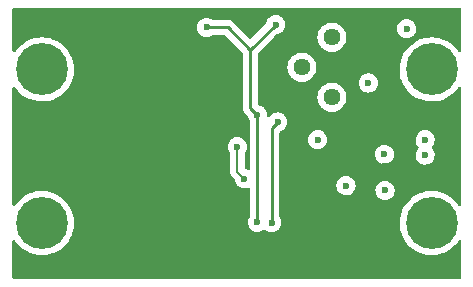
<source format=gbr>
%TF.GenerationSoftware,KiCad,Pcbnew,(6.0.4-0)*%
%TF.CreationDate,2023-02-24T14:50:30-07:00*%
%TF.ProjectId,howland,686f776c-616e-4642-9e6b-696361645f70,rev?*%
%TF.SameCoordinates,Original*%
%TF.FileFunction,Copper,L2,Inr*%
%TF.FilePolarity,Positive*%
%FSLAX46Y46*%
G04 Gerber Fmt 4.6, Leading zero omitted, Abs format (unit mm)*
G04 Created by KiCad (PCBNEW (6.0.4-0)) date 2023-02-24 14:50:30*
%MOMM*%
%LPD*%
G01*
G04 APERTURE LIST*
%TA.AperFunction,ComponentPad*%
%ADD10C,0.700000*%
%TD*%
%TA.AperFunction,ComponentPad*%
%ADD11C,4.400000*%
%TD*%
%TA.AperFunction,ComponentPad*%
%ADD12C,1.440000*%
%TD*%
%TA.AperFunction,ViaPad*%
%ADD13C,0.600000*%
%TD*%
%TA.AperFunction,Conductor*%
%ADD14C,0.250000*%
%TD*%
%TA.AperFunction,Conductor*%
%ADD15C,0.200000*%
%TD*%
G04 APERTURE END LIST*
D10*
%TO.N,GNDPWR*%
%TO.C,MH1*%
X101350000Y-84000000D03*
X103000000Y-82350000D03*
X104166726Y-85166726D03*
X104166726Y-82833274D03*
D11*
X103000000Y-84000000D03*
D10*
X104650000Y-84000000D03*
X101833274Y-82833274D03*
X101833274Y-85166726D03*
X103000000Y-85650000D03*
%TD*%
D11*
%TO.N,GNDPWR*%
%TO.C,MH2*%
X136000000Y-84000000D03*
D10*
X137166726Y-82833274D03*
X134350000Y-84000000D03*
X137650000Y-84000000D03*
X137166726Y-85166726D03*
X136000000Y-82350000D03*
X136000000Y-85650000D03*
X134833274Y-85166726D03*
X134833274Y-82833274D03*
%TD*%
%TO.N,GNDPWR*%
%TO.C,MH3*%
X101833274Y-98166726D03*
D11*
X103000000Y-97000000D03*
D10*
X104166726Y-98166726D03*
X101833274Y-95833274D03*
X104166726Y-95833274D03*
X103000000Y-95350000D03*
X104650000Y-97000000D03*
X101350000Y-97000000D03*
X103000000Y-98650000D03*
%TD*%
D11*
%TO.N,GNDPWR*%
%TO.C,MH4*%
X136000000Y-97000000D03*
D10*
X134833274Y-95833274D03*
X134350000Y-97000000D03*
X137650000Y-97000000D03*
X136000000Y-95350000D03*
X137166726Y-98166726D03*
X137166726Y-95833274D03*
X134833274Y-98166726D03*
X136000000Y-98650000D03*
%TD*%
D12*
%TO.N,Net-(R7-Pad2)*%
%TO.C,RV1*%
X127550000Y-86350000D03*
%TO.N,Net-(RV1-Pad2)*%
X125010000Y-83810000D03*
%TO.N,Net-(R8-Pad1)*%
X127550000Y-81270000D03*
%TD*%
D13*
%TO.N,GND*%
X136950000Y-80550000D03*
X132908411Y-81708411D03*
X112250000Y-80250000D03*
X132050000Y-92200000D03*
X112650000Y-88750000D03*
X123350000Y-94750000D03*
X116150000Y-89150000D03*
X112650000Y-93650000D03*
X127650000Y-91550000D03*
%TO.N,+3V3*%
X130650000Y-85150000D03*
X133887500Y-80550000D03*
X116950000Y-80450000D03*
X121250000Y-87850000D03*
X121250000Y-96950000D03*
X122800000Y-80200000D03*
%TO.N,VD*%
X132000000Y-91200000D03*
X135450000Y-91250000D03*
X122465000Y-96965000D03*
X122950000Y-88450000D03*
%TO.N,/Channel1/buffer/out+*%
X120150000Y-93250000D03*
X119550000Y-90550000D03*
%TO.N,/sda-tx*%
X128750000Y-93850000D03*
X135450000Y-89950000D03*
X126350000Y-89950000D03*
X132050000Y-94249990D03*
%TD*%
D14*
%TO.N,GND*%
X126550000Y-91550000D02*
X127650000Y-91550000D01*
X123350000Y-94750000D02*
X126550000Y-91550000D01*
%TO.N,+3V3*%
X120650000Y-87250000D02*
X120650000Y-82350000D01*
X116950000Y-80450000D02*
X118750000Y-80450000D01*
X120650000Y-82350000D02*
X122800000Y-80200000D01*
X121250000Y-87850000D02*
X120650000Y-87250000D01*
X121250000Y-87850000D02*
X121250000Y-96950000D01*
X118750000Y-80450000D02*
X120650000Y-82350000D01*
%TO.N,VD*%
X122465000Y-96965000D02*
X122465000Y-88935000D01*
X122465000Y-88935000D02*
X122950000Y-88450000D01*
D15*
%TO.N,/Channel1/buffer/out+*%
X119550000Y-90550000D02*
X119550000Y-92650000D01*
X119550000Y-92650000D02*
X120150000Y-93250000D01*
%TD*%
%TA.AperFunction,Conductor*%
%TO.N,GND*%
G36*
X138433621Y-78778502D02*
G01*
X138480114Y-78832158D01*
X138491500Y-78884500D01*
X138491500Y-82433521D01*
X138471498Y-82501642D01*
X138417842Y-82548135D01*
X138347568Y-82558239D01*
X138282988Y-82528745D01*
X138257557Y-82498515D01*
X138236226Y-82463084D01*
X138233899Y-82460100D01*
X138233894Y-82460093D01*
X138037726Y-82208558D01*
X138037724Y-82208556D01*
X138035390Y-82205563D01*
X137805070Y-81974034D01*
X137548603Y-81771852D01*
X137269705Y-81601945D01*
X137266261Y-81600379D01*
X137266257Y-81600377D01*
X137022300Y-81489457D01*
X136972414Y-81466775D01*
X136661037Y-81368300D01*
X136443492Y-81327390D01*
X136343809Y-81308645D01*
X136343807Y-81308645D01*
X136340086Y-81307945D01*
X136014208Y-81286586D01*
X136010428Y-81286794D01*
X136010427Y-81286794D01*
X135934967Y-81290947D01*
X135688124Y-81304532D01*
X135684397Y-81305193D01*
X135684393Y-81305193D01*
X135527341Y-81333027D01*
X135366557Y-81361522D01*
X135362941Y-81362624D01*
X135362933Y-81362626D01*
X135062816Y-81454095D01*
X135054167Y-81456731D01*
X134755477Y-81588781D01*
X134730041Y-81603914D01*
X134478074Y-81753817D01*
X134478068Y-81753821D01*
X134474814Y-81755757D01*
X134471812Y-81758073D01*
X134299384Y-81891101D01*
X134216244Y-81955243D01*
X133983513Y-82184347D01*
X133981149Y-82187314D01*
X133981146Y-82187317D01*
X133790551Y-82426499D01*
X133779991Y-82439751D01*
X133608626Y-82717757D01*
X133471902Y-83014336D01*
X133470741Y-83017940D01*
X133470741Y-83017941D01*
X133462196Y-83044477D01*
X133371797Y-83325192D01*
X133371079Y-83328903D01*
X133371078Y-83328907D01*
X133310482Y-83642105D01*
X133310481Y-83642114D01*
X133309763Y-83645824D01*
X133309496Y-83649600D01*
X133309495Y-83649605D01*
X133297751Y-83815475D01*
X133286698Y-83971585D01*
X133302936Y-84297759D01*
X133303577Y-84301490D01*
X133303578Y-84301498D01*
X133356000Y-84606576D01*
X133358241Y-84619619D01*
X133359329Y-84623258D01*
X133359330Y-84623261D01*
X133435507Y-84877976D01*
X133451814Y-84932504D01*
X133453327Y-84935975D01*
X133453329Y-84935981D01*
X133508500Y-85062563D01*
X133582297Y-85231881D01*
X133584220Y-85235152D01*
X133584222Y-85235156D01*
X133653110Y-85352338D01*
X133747802Y-85513414D01*
X133750103Y-85516429D01*
X133943631Y-85770012D01*
X133943636Y-85770017D01*
X133945931Y-85773025D01*
X134007931Y-85836670D01*
X134130517Y-85962507D01*
X134173814Y-86006953D01*
X134246635Y-86065607D01*
X134425196Y-86209431D01*
X134425201Y-86209435D01*
X134428149Y-86211809D01*
X134705253Y-86384627D01*
X135001112Y-86522903D01*
X135311440Y-86624634D01*
X135631742Y-86688346D01*
X135635514Y-86688633D01*
X135635522Y-86688634D01*
X135953602Y-86712829D01*
X135953607Y-86712829D01*
X135957379Y-86713116D01*
X136283633Y-86698586D01*
X136343425Y-86688634D01*
X136602037Y-86645590D01*
X136602042Y-86645589D01*
X136605778Y-86644967D01*
X136919149Y-86553034D01*
X136922616Y-86551544D01*
X136922620Y-86551543D01*
X137215721Y-86425616D01*
X137215723Y-86425615D01*
X137219205Y-86424119D01*
X137501601Y-86260091D01*
X137762245Y-86063324D01*
X137997363Y-85836670D01*
X138203549Y-85583410D01*
X138258939Y-85495622D01*
X138312205Y-85448685D01*
X138382392Y-85437996D01*
X138447217Y-85466951D01*
X138486096Y-85526355D01*
X138491500Y-85562859D01*
X138491500Y-95433521D01*
X138471498Y-95501642D01*
X138417842Y-95548135D01*
X138347568Y-95558239D01*
X138282988Y-95528745D01*
X138257557Y-95498515D01*
X138236226Y-95463084D01*
X138233899Y-95460100D01*
X138233894Y-95460093D01*
X138037726Y-95208558D01*
X138037724Y-95208556D01*
X138035390Y-95205563D01*
X137805070Y-94974034D01*
X137548603Y-94771852D01*
X137269705Y-94601945D01*
X137266261Y-94600379D01*
X137266257Y-94600377D01*
X137155667Y-94550095D01*
X136972414Y-94466775D01*
X136661037Y-94368300D01*
X136443492Y-94327390D01*
X136343809Y-94308645D01*
X136343807Y-94308645D01*
X136340086Y-94307945D01*
X136014208Y-94286586D01*
X136010428Y-94286794D01*
X136010427Y-94286794D01*
X135912897Y-94292162D01*
X135688124Y-94304532D01*
X135684397Y-94305193D01*
X135684393Y-94305193D01*
X135527340Y-94333027D01*
X135366557Y-94361522D01*
X135362941Y-94362624D01*
X135362933Y-94362626D01*
X135057789Y-94455627D01*
X135054167Y-94456731D01*
X134755477Y-94588781D01*
X134656548Y-94647637D01*
X134478074Y-94753817D01*
X134478068Y-94753821D01*
X134474814Y-94755757D01*
X134471812Y-94758073D01*
X134290365Y-94898059D01*
X134216244Y-94955243D01*
X133983513Y-95184347D01*
X133981149Y-95187314D01*
X133981146Y-95187317D01*
X133964220Y-95208558D01*
X133779991Y-95439751D01*
X133608626Y-95717757D01*
X133471902Y-96014336D01*
X133470741Y-96017940D01*
X133470741Y-96017941D01*
X133462196Y-96044477D01*
X133371797Y-96325192D01*
X133371079Y-96328903D01*
X133371078Y-96328907D01*
X133310482Y-96642105D01*
X133310481Y-96642114D01*
X133309763Y-96645824D01*
X133309496Y-96649600D01*
X133309495Y-96649605D01*
X133288534Y-96945653D01*
X133286698Y-96971585D01*
X133288003Y-96997790D01*
X133294378Y-97125844D01*
X133302936Y-97297759D01*
X133303577Y-97301490D01*
X133303578Y-97301498D01*
X133357116Y-97613069D01*
X133358241Y-97619619D01*
X133359329Y-97623258D01*
X133359330Y-97623261D01*
X133401013Y-97762637D01*
X133451814Y-97932504D01*
X133582297Y-98231881D01*
X133584220Y-98235152D01*
X133584222Y-98235156D01*
X133626584Y-98307215D01*
X133747802Y-98513414D01*
X133750103Y-98516429D01*
X133943631Y-98770012D01*
X133943636Y-98770017D01*
X133945931Y-98773025D01*
X134173814Y-99006953D01*
X134246635Y-99065607D01*
X134425196Y-99209431D01*
X134425201Y-99209435D01*
X134428149Y-99211809D01*
X134705253Y-99384627D01*
X135001112Y-99522903D01*
X135311440Y-99624634D01*
X135631742Y-99688346D01*
X135635514Y-99688633D01*
X135635522Y-99688634D01*
X135953602Y-99712829D01*
X135953607Y-99712829D01*
X135957379Y-99713116D01*
X136283633Y-99698586D01*
X136343425Y-99688634D01*
X136602037Y-99645590D01*
X136602042Y-99645589D01*
X136605778Y-99644967D01*
X136919149Y-99553034D01*
X136922616Y-99551544D01*
X136922620Y-99551543D01*
X137215721Y-99425616D01*
X137215723Y-99425615D01*
X137219205Y-99424119D01*
X137501601Y-99260091D01*
X137762245Y-99063324D01*
X137997363Y-98836670D01*
X138203549Y-98583410D01*
X138258939Y-98495622D01*
X138312205Y-98448685D01*
X138382392Y-98437996D01*
X138447217Y-98466951D01*
X138486096Y-98526355D01*
X138491500Y-98562859D01*
X138491500Y-101615500D01*
X138471498Y-101683621D01*
X138417842Y-101730114D01*
X138365500Y-101741500D01*
X100634500Y-101741500D01*
X100566379Y-101721498D01*
X100519886Y-101667842D01*
X100508500Y-101615500D01*
X100508500Y-98569306D01*
X100528502Y-98501185D01*
X100582158Y-98454692D01*
X100652432Y-98444588D01*
X100717012Y-98474082D01*
X100743122Y-98505453D01*
X100747802Y-98513414D01*
X100750103Y-98516429D01*
X100943631Y-98770012D01*
X100943636Y-98770017D01*
X100945931Y-98773025D01*
X101173814Y-99006953D01*
X101246635Y-99065607D01*
X101425196Y-99209431D01*
X101425201Y-99209435D01*
X101428149Y-99211809D01*
X101705253Y-99384627D01*
X102001112Y-99522903D01*
X102311440Y-99624634D01*
X102631742Y-99688346D01*
X102635514Y-99688633D01*
X102635522Y-99688634D01*
X102953602Y-99712829D01*
X102953607Y-99712829D01*
X102957379Y-99713116D01*
X103283633Y-99698586D01*
X103343425Y-99688634D01*
X103602037Y-99645590D01*
X103602042Y-99645589D01*
X103605778Y-99644967D01*
X103919149Y-99553034D01*
X103922616Y-99551544D01*
X103922620Y-99551543D01*
X104215721Y-99425616D01*
X104215723Y-99425615D01*
X104219205Y-99424119D01*
X104501601Y-99260091D01*
X104762245Y-99063324D01*
X104997363Y-98836670D01*
X105203549Y-98583410D01*
X105255429Y-98501185D01*
X105375788Y-98310428D01*
X105375790Y-98310425D01*
X105377815Y-98307215D01*
X105517638Y-98012084D01*
X105544188Y-97932504D01*
X105619790Y-97705897D01*
X105619792Y-97705891D01*
X105620992Y-97702293D01*
X105686381Y-97382329D01*
X105689599Y-97342773D01*
X105712674Y-97059061D01*
X105712856Y-97056826D01*
X105713451Y-97000000D01*
X105712711Y-96987717D01*
X105694026Y-96677793D01*
X105694026Y-96677789D01*
X105693798Y-96674015D01*
X105688650Y-96645824D01*
X105635805Y-96356473D01*
X105635804Y-96356469D01*
X105635125Y-96352751D01*
X105627722Y-96328907D01*
X105539404Y-96044477D01*
X105538282Y-96040863D01*
X105404670Y-95742869D01*
X105236226Y-95463084D01*
X105233899Y-95460100D01*
X105233894Y-95460093D01*
X105037726Y-95208558D01*
X105037724Y-95208556D01*
X105035390Y-95205563D01*
X104805070Y-94974034D01*
X104548603Y-94771852D01*
X104269705Y-94601945D01*
X104266261Y-94600379D01*
X104266257Y-94600377D01*
X104155667Y-94550095D01*
X103972414Y-94466775D01*
X103661037Y-94368300D01*
X103443492Y-94327390D01*
X103343809Y-94308645D01*
X103343807Y-94308645D01*
X103340086Y-94307945D01*
X103014208Y-94286586D01*
X103010428Y-94286794D01*
X103010427Y-94286794D01*
X102912897Y-94292162D01*
X102688124Y-94304532D01*
X102684397Y-94305193D01*
X102684393Y-94305193D01*
X102527340Y-94333027D01*
X102366557Y-94361522D01*
X102362941Y-94362624D01*
X102362933Y-94362626D01*
X102057789Y-94455627D01*
X102054167Y-94456731D01*
X101755477Y-94588781D01*
X101656548Y-94647637D01*
X101478074Y-94753817D01*
X101478068Y-94753821D01*
X101474814Y-94755757D01*
X101471812Y-94758073D01*
X101290365Y-94898059D01*
X101216244Y-94955243D01*
X100983513Y-95184347D01*
X100981149Y-95187314D01*
X100981146Y-95187317D01*
X100964220Y-95208558D01*
X100779991Y-95439751D01*
X100778000Y-95442981D01*
X100741760Y-95501773D01*
X100688988Y-95549266D01*
X100618916Y-95560690D01*
X100553792Y-95532416D01*
X100514293Y-95473422D01*
X100508500Y-95435657D01*
X100508500Y-85569306D01*
X100528502Y-85501185D01*
X100582158Y-85454692D01*
X100652432Y-85444588D01*
X100717012Y-85474082D01*
X100743122Y-85505453D01*
X100747802Y-85513414D01*
X100750103Y-85516429D01*
X100943631Y-85770012D01*
X100943636Y-85770017D01*
X100945931Y-85773025D01*
X101007931Y-85836670D01*
X101130517Y-85962507D01*
X101173814Y-86006953D01*
X101246635Y-86065607D01*
X101425196Y-86209431D01*
X101425201Y-86209435D01*
X101428149Y-86211809D01*
X101705253Y-86384627D01*
X102001112Y-86522903D01*
X102311440Y-86624634D01*
X102631742Y-86688346D01*
X102635514Y-86688633D01*
X102635522Y-86688634D01*
X102953602Y-86712829D01*
X102953607Y-86712829D01*
X102957379Y-86713116D01*
X103283633Y-86698586D01*
X103343425Y-86688634D01*
X103602037Y-86645590D01*
X103602042Y-86645589D01*
X103605778Y-86644967D01*
X103919149Y-86553034D01*
X103922616Y-86551544D01*
X103922620Y-86551543D01*
X104215721Y-86425616D01*
X104215723Y-86425615D01*
X104219205Y-86424119D01*
X104501601Y-86260091D01*
X104762245Y-86063324D01*
X104997363Y-85836670D01*
X105203549Y-85583410D01*
X105257882Y-85497297D01*
X105375788Y-85310428D01*
X105375790Y-85310425D01*
X105377815Y-85307215D01*
X105517638Y-85012084D01*
X105518840Y-85008482D01*
X105619790Y-84705897D01*
X105619792Y-84705891D01*
X105620992Y-84702293D01*
X105686381Y-84382329D01*
X105688178Y-84360243D01*
X105712674Y-84059061D01*
X105712856Y-84056826D01*
X105713451Y-84000000D01*
X105711510Y-83967796D01*
X105694026Y-83677793D01*
X105694026Y-83677789D01*
X105693798Y-83674015D01*
X105688650Y-83645824D01*
X105635805Y-83356473D01*
X105635804Y-83356469D01*
X105635125Y-83352751D01*
X105627722Y-83328907D01*
X105539404Y-83044477D01*
X105538282Y-83040863D01*
X105404670Y-82742869D01*
X105236226Y-82463084D01*
X105233899Y-82460100D01*
X105233894Y-82460093D01*
X105037726Y-82208558D01*
X105037724Y-82208556D01*
X105035390Y-82205563D01*
X104805070Y-81974034D01*
X104548603Y-81771852D01*
X104269705Y-81601945D01*
X104266261Y-81600379D01*
X104266257Y-81600377D01*
X104022300Y-81489457D01*
X103972414Y-81466775D01*
X103661037Y-81368300D01*
X103443492Y-81327390D01*
X103343809Y-81308645D01*
X103343807Y-81308645D01*
X103340086Y-81307945D01*
X103014208Y-81286586D01*
X103010428Y-81286794D01*
X103010427Y-81286794D01*
X102934967Y-81290947D01*
X102688124Y-81304532D01*
X102684397Y-81305193D01*
X102684393Y-81305193D01*
X102527341Y-81333027D01*
X102366557Y-81361522D01*
X102362941Y-81362624D01*
X102362933Y-81362626D01*
X102062816Y-81454095D01*
X102054167Y-81456731D01*
X101755477Y-81588781D01*
X101730041Y-81603914D01*
X101478074Y-81753817D01*
X101478068Y-81753821D01*
X101474814Y-81755757D01*
X101471812Y-81758073D01*
X101299384Y-81891101D01*
X101216244Y-81955243D01*
X100983513Y-82184347D01*
X100981149Y-82187314D01*
X100981146Y-82187317D01*
X100790551Y-82426499D01*
X100779991Y-82439751D01*
X100778000Y-82442981D01*
X100741760Y-82501773D01*
X100688988Y-82549266D01*
X100618916Y-82560690D01*
X100553792Y-82532416D01*
X100514293Y-82473422D01*
X100508500Y-82435657D01*
X100508500Y-80438640D01*
X116136463Y-80438640D01*
X116154163Y-80619160D01*
X116211418Y-80791273D01*
X116215065Y-80797295D01*
X116215066Y-80797297D01*
X116299879Y-80937340D01*
X116305380Y-80946424D01*
X116431382Y-81076902D01*
X116583159Y-81176222D01*
X116589763Y-81178678D01*
X116589765Y-81178679D01*
X116746558Y-81236990D01*
X116746560Y-81236990D01*
X116753168Y-81239448D01*
X116836995Y-81250633D01*
X116925980Y-81262507D01*
X116925984Y-81262507D01*
X116932961Y-81263438D01*
X116939972Y-81262800D01*
X116939976Y-81262800D01*
X117082459Y-81249832D01*
X117113600Y-81246998D01*
X117120302Y-81244820D01*
X117120304Y-81244820D01*
X117279409Y-81193124D01*
X117279412Y-81193123D01*
X117286108Y-81190947D01*
X117436540Y-81101271D01*
X117501058Y-81083500D01*
X118435406Y-81083500D01*
X118503527Y-81103502D01*
X118524501Y-81120405D01*
X119979595Y-82575500D01*
X120013621Y-82637812D01*
X120016500Y-82664595D01*
X120016500Y-87171233D01*
X120015973Y-87182416D01*
X120014298Y-87189909D01*
X120014547Y-87197835D01*
X120014547Y-87197836D01*
X120016438Y-87257986D01*
X120016500Y-87261945D01*
X120016500Y-87289856D01*
X120016997Y-87293790D01*
X120016997Y-87293791D01*
X120017005Y-87293856D01*
X120017938Y-87305693D01*
X120019327Y-87349889D01*
X120024978Y-87369339D01*
X120028987Y-87388700D01*
X120031526Y-87408797D01*
X120034445Y-87416168D01*
X120034445Y-87416170D01*
X120047804Y-87449912D01*
X120051649Y-87461142D01*
X120063982Y-87503593D01*
X120068015Y-87510412D01*
X120068017Y-87510417D01*
X120074293Y-87521028D01*
X120082988Y-87538776D01*
X120090448Y-87557617D01*
X120095110Y-87564033D01*
X120095110Y-87564034D01*
X120116436Y-87593387D01*
X120122952Y-87603307D01*
X120145458Y-87641362D01*
X120159779Y-87655683D01*
X120172619Y-87670716D01*
X120184528Y-87687107D01*
X120190634Y-87692158D01*
X120218605Y-87715298D01*
X120227384Y-87723288D01*
X120414750Y-87910654D01*
X120448776Y-87972966D01*
X120451054Y-87987453D01*
X120454163Y-88019160D01*
X120511418Y-88191273D01*
X120515065Y-88197295D01*
X120515066Y-88197297D01*
X120598276Y-88334694D01*
X120616500Y-88399965D01*
X120616500Y-92379221D01*
X120596498Y-92447342D01*
X120542842Y-92493835D01*
X120472568Y-92503939D01*
X120448233Y-92497920D01*
X120342425Y-92460243D01*
X120342420Y-92460242D01*
X120335790Y-92457881D01*
X120328802Y-92457048D01*
X120328799Y-92457047D01*
X120269581Y-92449986D01*
X120204308Y-92422058D01*
X120164495Y-92363275D01*
X120158500Y-92324872D01*
X120158500Y-91133248D01*
X120179552Y-91063521D01*
X120269742Y-90927773D01*
X120273643Y-90921902D01*
X120315423Y-90811917D01*
X120335555Y-90758920D01*
X120335556Y-90758918D01*
X120338055Y-90752338D01*
X120339736Y-90740380D01*
X120362748Y-90576639D01*
X120362748Y-90576636D01*
X120363299Y-90572717D01*
X120363616Y-90550000D01*
X120343397Y-90369745D01*
X120341080Y-90363091D01*
X120286064Y-90205106D01*
X120286062Y-90205103D01*
X120283745Y-90198448D01*
X120187626Y-90044624D01*
X120120114Y-89976639D01*
X120064778Y-89920915D01*
X120064774Y-89920912D01*
X120059815Y-89915918D01*
X120048697Y-89908862D01*
X120000538Y-89878300D01*
X119906666Y-89818727D01*
X119877463Y-89808328D01*
X119742425Y-89760243D01*
X119742420Y-89760242D01*
X119735790Y-89757881D01*
X119728802Y-89757048D01*
X119728799Y-89757047D01*
X119605698Y-89742368D01*
X119555680Y-89736404D01*
X119548677Y-89737140D01*
X119548676Y-89737140D01*
X119382288Y-89754628D01*
X119382286Y-89754629D01*
X119375288Y-89755364D01*
X119203579Y-89813818D01*
X119197575Y-89817512D01*
X119055095Y-89905166D01*
X119055092Y-89905168D01*
X119049088Y-89908862D01*
X119044053Y-89913793D01*
X119044050Y-89913795D01*
X118924525Y-90030843D01*
X118919493Y-90035771D01*
X118821235Y-90188238D01*
X118818826Y-90194858D01*
X118818824Y-90194861D01*
X118774983Y-90315314D01*
X118759197Y-90358685D01*
X118736463Y-90538640D01*
X118754163Y-90719160D01*
X118811418Y-90891273D01*
X118815065Y-90897295D01*
X118815066Y-90897297D01*
X118901730Y-91040398D01*
X118901733Y-91040401D01*
X118905380Y-91046424D01*
X118910275Y-91051492D01*
X118914571Y-91057071D01*
X118912243Y-91058864D01*
X118939071Y-91110115D01*
X118941500Y-91134734D01*
X118941500Y-92601864D01*
X118940422Y-92618307D01*
X118936250Y-92650000D01*
X118941500Y-92689880D01*
X118941500Y-92689885D01*
X118947541Y-92735771D01*
X118957162Y-92808851D01*
X119018476Y-92956876D01*
X119023503Y-92963427D01*
X119023504Y-92963429D01*
X119091520Y-93052069D01*
X119091526Y-93052075D01*
X119116013Y-93083987D01*
X119122568Y-93089017D01*
X119141379Y-93103452D01*
X119153770Y-93114319D01*
X119310907Y-93271456D01*
X119344933Y-93333768D01*
X119347211Y-93348256D01*
X119354163Y-93419160D01*
X119411418Y-93591273D01*
X119415065Y-93597295D01*
X119415066Y-93597297D01*
X119501258Y-93739617D01*
X119505380Y-93746424D01*
X119631382Y-93876902D01*
X119783159Y-93976222D01*
X119789763Y-93978678D01*
X119789765Y-93978679D01*
X119946558Y-94036990D01*
X119946560Y-94036990D01*
X119953168Y-94039448D01*
X120036995Y-94050633D01*
X120125980Y-94062507D01*
X120125984Y-94062507D01*
X120132961Y-94063438D01*
X120139972Y-94062800D01*
X120139976Y-94062800D01*
X120282459Y-94049832D01*
X120313600Y-94046998D01*
X120320302Y-94044820D01*
X120320304Y-94044820D01*
X120451564Y-94002171D01*
X120522532Y-94000144D01*
X120583330Y-94036806D01*
X120614655Y-94100518D01*
X120616500Y-94122004D01*
X120616500Y-96403331D01*
X120596411Y-96471586D01*
X120525054Y-96582310D01*
X120525050Y-96582319D01*
X120521235Y-96588238D01*
X120518826Y-96594858D01*
X120518825Y-96594859D01*
X120488639Y-96677793D01*
X120459197Y-96758685D01*
X120436463Y-96938640D01*
X120454163Y-97119160D01*
X120511418Y-97291273D01*
X120515065Y-97297295D01*
X120515066Y-97297297D01*
X120568823Y-97386060D01*
X120605380Y-97446424D01*
X120731382Y-97576902D01*
X120883159Y-97676222D01*
X120889763Y-97678678D01*
X120889765Y-97678679D01*
X121046558Y-97736990D01*
X121046560Y-97736990D01*
X121053168Y-97739448D01*
X121136995Y-97750633D01*
X121225980Y-97762507D01*
X121225984Y-97762507D01*
X121232961Y-97763438D01*
X121239972Y-97762800D01*
X121239976Y-97762800D01*
X121382459Y-97749832D01*
X121413600Y-97746998D01*
X121420302Y-97744820D01*
X121420304Y-97744820D01*
X121579409Y-97693124D01*
X121579412Y-97693123D01*
X121586108Y-97690947D01*
X121712044Y-97615874D01*
X121735860Y-97601677D01*
X121735862Y-97601676D01*
X121741912Y-97598069D01*
X121760920Y-97579968D01*
X121824045Y-97547476D01*
X121894716Y-97554269D01*
X121938444Y-97583682D01*
X121946382Y-97591902D01*
X121961320Y-97601677D01*
X122092227Y-97687340D01*
X122098159Y-97691222D01*
X122104763Y-97693678D01*
X122104765Y-97693679D01*
X122261558Y-97751990D01*
X122261560Y-97751990D01*
X122268168Y-97754448D01*
X122335544Y-97763438D01*
X122440980Y-97777507D01*
X122440984Y-97777507D01*
X122447961Y-97778438D01*
X122454972Y-97777800D01*
X122454976Y-97777800D01*
X122597459Y-97764832D01*
X122628600Y-97761998D01*
X122635302Y-97759820D01*
X122635304Y-97759820D01*
X122794409Y-97708124D01*
X122794412Y-97708123D01*
X122801108Y-97705947D01*
X122939815Y-97623261D01*
X122950860Y-97616677D01*
X122950862Y-97616676D01*
X122956912Y-97613069D01*
X123088266Y-97487982D01*
X123188643Y-97336902D01*
X123253055Y-97167338D01*
X123268272Y-97059061D01*
X123277748Y-96991639D01*
X123277748Y-96991636D01*
X123278299Y-96987717D01*
X123278616Y-96965000D01*
X123258397Y-96784745D01*
X123247017Y-96752066D01*
X123201064Y-96620106D01*
X123201062Y-96620103D01*
X123198745Y-96613448D01*
X123117646Y-96483661D01*
X123098500Y-96416892D01*
X123098500Y-93838640D01*
X127936463Y-93838640D01*
X127954163Y-94019160D01*
X128011418Y-94191273D01*
X128015065Y-94197295D01*
X128015066Y-94197297D01*
X128080410Y-94305193D01*
X128105380Y-94346424D01*
X128110269Y-94351487D01*
X128110270Y-94351488D01*
X128127612Y-94369446D01*
X128231382Y-94476902D01*
X128383159Y-94576222D01*
X128389763Y-94578678D01*
X128389765Y-94578679D01*
X128546558Y-94636990D01*
X128546560Y-94636990D01*
X128553168Y-94639448D01*
X128636995Y-94650633D01*
X128725980Y-94662507D01*
X128725984Y-94662507D01*
X128732961Y-94663438D01*
X128739972Y-94662800D01*
X128739976Y-94662800D01*
X128882459Y-94649832D01*
X128913600Y-94646998D01*
X128920302Y-94644820D01*
X128920304Y-94644820D01*
X129079409Y-94593124D01*
X129079412Y-94593123D01*
X129086108Y-94590947D01*
X129241912Y-94498069D01*
X129373266Y-94372982D01*
X129462529Y-94238630D01*
X131236463Y-94238630D01*
X131254163Y-94419150D01*
X131311418Y-94591263D01*
X131315065Y-94597285D01*
X131315066Y-94597287D01*
X131354565Y-94662507D01*
X131405380Y-94746414D01*
X131531382Y-94876892D01*
X131683159Y-94976212D01*
X131689763Y-94978668D01*
X131689765Y-94978669D01*
X131846558Y-95036980D01*
X131846560Y-95036980D01*
X131853168Y-95039438D01*
X131936995Y-95050623D01*
X132025980Y-95062497D01*
X132025984Y-95062497D01*
X132032961Y-95063428D01*
X132039972Y-95062790D01*
X132039976Y-95062790D01*
X132182459Y-95049822D01*
X132213600Y-95046988D01*
X132220302Y-95044810D01*
X132220304Y-95044810D01*
X132379409Y-94993114D01*
X132379412Y-94993113D01*
X132386108Y-94990937D01*
X132541912Y-94898059D01*
X132673266Y-94772972D01*
X132773643Y-94621892D01*
X132819309Y-94501677D01*
X132835555Y-94458910D01*
X132835556Y-94458908D01*
X132838055Y-94452328D01*
X132839035Y-94445356D01*
X132862748Y-94276629D01*
X132862748Y-94276626D01*
X132863299Y-94272707D01*
X132863616Y-94249990D01*
X132843397Y-94069735D01*
X132839631Y-94058920D01*
X132786064Y-93905096D01*
X132786062Y-93905093D01*
X132783745Y-93898438D01*
X132687626Y-93744614D01*
X132595722Y-93652066D01*
X132564778Y-93620905D01*
X132564774Y-93620902D01*
X132559815Y-93615908D01*
X132548697Y-93608852D01*
X132500538Y-93578290D01*
X132406666Y-93518717D01*
X132349744Y-93498448D01*
X132242425Y-93460233D01*
X132242420Y-93460232D01*
X132235790Y-93457871D01*
X132228802Y-93457038D01*
X132228799Y-93457037D01*
X132105698Y-93442358D01*
X132055680Y-93436394D01*
X132048677Y-93437130D01*
X132048676Y-93437130D01*
X131882288Y-93454618D01*
X131882286Y-93454619D01*
X131875288Y-93455354D01*
X131703579Y-93513808D01*
X131697575Y-93517502D01*
X131555095Y-93605156D01*
X131555092Y-93605158D01*
X131549088Y-93608852D01*
X131544053Y-93613783D01*
X131544050Y-93613785D01*
X131504959Y-93652066D01*
X131419493Y-93735761D01*
X131321235Y-93888228D01*
X131318826Y-93894848D01*
X131318824Y-93894851D01*
X131261606Y-94052056D01*
X131259197Y-94058675D01*
X131236463Y-94238630D01*
X129462529Y-94238630D01*
X129473643Y-94221902D01*
X129528788Y-94076734D01*
X129535555Y-94058920D01*
X129535556Y-94058918D01*
X129538055Y-94052338D01*
X129540238Y-94036806D01*
X129562748Y-93876639D01*
X129562748Y-93876636D01*
X129563299Y-93872717D01*
X129563616Y-93850000D01*
X129543397Y-93669745D01*
X129541080Y-93663091D01*
X129486064Y-93505106D01*
X129486062Y-93505103D01*
X129483745Y-93498448D01*
X129387626Y-93344624D01*
X129378835Y-93335771D01*
X129264778Y-93220915D01*
X129264774Y-93220912D01*
X129259815Y-93215918D01*
X129248697Y-93208862D01*
X129200538Y-93178300D01*
X129106666Y-93118727D01*
X129063769Y-93103452D01*
X128942425Y-93060243D01*
X128942420Y-93060242D01*
X128935790Y-93057881D01*
X128928802Y-93057048D01*
X128928799Y-93057047D01*
X128805698Y-93042368D01*
X128755680Y-93036404D01*
X128748677Y-93037140D01*
X128748676Y-93037140D01*
X128582288Y-93054628D01*
X128582286Y-93054629D01*
X128575288Y-93055364D01*
X128403579Y-93113818D01*
X128397575Y-93117512D01*
X128255095Y-93205166D01*
X128255092Y-93205168D01*
X128249088Y-93208862D01*
X128244053Y-93213793D01*
X128244050Y-93213795D01*
X128185169Y-93271456D01*
X128119493Y-93335771D01*
X128021235Y-93488238D01*
X128018826Y-93494858D01*
X128018824Y-93494861D01*
X127972948Y-93620905D01*
X127959197Y-93658685D01*
X127936463Y-93838640D01*
X123098500Y-93838640D01*
X123098500Y-91188640D01*
X131186463Y-91188640D01*
X131204163Y-91369160D01*
X131261418Y-91541273D01*
X131265065Y-91547295D01*
X131265066Y-91547297D01*
X131275978Y-91565314D01*
X131355380Y-91696424D01*
X131481382Y-91826902D01*
X131633159Y-91926222D01*
X131639763Y-91928678D01*
X131639765Y-91928679D01*
X131796558Y-91986990D01*
X131796560Y-91986990D01*
X131803168Y-91989448D01*
X131886995Y-92000633D01*
X131975980Y-92012507D01*
X131975984Y-92012507D01*
X131982961Y-92013438D01*
X131989972Y-92012800D01*
X131989976Y-92012800D01*
X132132459Y-91999832D01*
X132163600Y-91996998D01*
X132170302Y-91994820D01*
X132170304Y-91994820D01*
X132329409Y-91943124D01*
X132329412Y-91943123D01*
X132336108Y-91940947D01*
X132491912Y-91848069D01*
X132623266Y-91722982D01*
X132723643Y-91571902D01*
X132781665Y-91419160D01*
X132785555Y-91408920D01*
X132785556Y-91408918D01*
X132788055Y-91402338D01*
X132789035Y-91395366D01*
X132811061Y-91238640D01*
X134636463Y-91238640D01*
X134654163Y-91419160D01*
X134711418Y-91591273D01*
X134715065Y-91597295D01*
X134715066Y-91597297D01*
X134794126Y-91727841D01*
X134805380Y-91746424D01*
X134931382Y-91876902D01*
X135083159Y-91976222D01*
X135089763Y-91978678D01*
X135089765Y-91978679D01*
X135246558Y-92036990D01*
X135246560Y-92036990D01*
X135253168Y-92039448D01*
X135336995Y-92050633D01*
X135425980Y-92062507D01*
X135425984Y-92062507D01*
X135432961Y-92063438D01*
X135439972Y-92062800D01*
X135439976Y-92062800D01*
X135582459Y-92049832D01*
X135613600Y-92046998D01*
X135620302Y-92044820D01*
X135620304Y-92044820D01*
X135779409Y-91993124D01*
X135779412Y-91993123D01*
X135786108Y-91990947D01*
X135941912Y-91898069D01*
X136073266Y-91772982D01*
X136173643Y-91621902D01*
X136238055Y-91452338D01*
X136239035Y-91445366D01*
X136262748Y-91276639D01*
X136262748Y-91276636D01*
X136263299Y-91272717D01*
X136263616Y-91250000D01*
X136243397Y-91069745D01*
X136239608Y-91058864D01*
X136186064Y-90905106D01*
X136186062Y-90905103D01*
X136183745Y-90898448D01*
X136152502Y-90848448D01*
X136091359Y-90750598D01*
X136087626Y-90744624D01*
X136033012Y-90689627D01*
X136032667Y-90689280D01*
X135998860Y-90626849D01*
X136004172Y-90556052D01*
X136035181Y-90509251D01*
X136068159Y-90477846D01*
X136068162Y-90477843D01*
X136073266Y-90472982D01*
X136173643Y-90321902D01*
X136238055Y-90152338D01*
X136239035Y-90145366D01*
X136262748Y-89976639D01*
X136262748Y-89976636D01*
X136263299Y-89972717D01*
X136263616Y-89950000D01*
X136243397Y-89769745D01*
X136240088Y-89760243D01*
X136186064Y-89605106D01*
X136186062Y-89605103D01*
X136183745Y-89598448D01*
X136087626Y-89444624D01*
X135987155Y-89343449D01*
X135964778Y-89320915D01*
X135964774Y-89320912D01*
X135959815Y-89315918D01*
X135948697Y-89308862D01*
X135851214Y-89246998D01*
X135806666Y-89218727D01*
X135777463Y-89208328D01*
X135642425Y-89160243D01*
X135642420Y-89160242D01*
X135635790Y-89157881D01*
X135628802Y-89157048D01*
X135628799Y-89157047D01*
X135505698Y-89142368D01*
X135455680Y-89136404D01*
X135448677Y-89137140D01*
X135448676Y-89137140D01*
X135282288Y-89154628D01*
X135282286Y-89154629D01*
X135275288Y-89155364D01*
X135103579Y-89213818D01*
X135049646Y-89246998D01*
X134955095Y-89305166D01*
X134955092Y-89305168D01*
X134949088Y-89308862D01*
X134944053Y-89313793D01*
X134944050Y-89313795D01*
X134824525Y-89430843D01*
X134819493Y-89435771D01*
X134721235Y-89588238D01*
X134718826Y-89594858D01*
X134718824Y-89594861D01*
X134667307Y-89736404D01*
X134659197Y-89758685D01*
X134636463Y-89938640D01*
X134654163Y-90119160D01*
X134711418Y-90291273D01*
X134715065Y-90297295D01*
X134715066Y-90297297D01*
X134782038Y-90407881D01*
X134805380Y-90446424D01*
X134831027Y-90472982D01*
X134868932Y-90512234D01*
X134901864Y-90575131D01*
X134895564Y-90645847D01*
X134866453Y-90689784D01*
X134829630Y-90725844D01*
X134819493Y-90735771D01*
X134721235Y-90888238D01*
X134718826Y-90894858D01*
X134718824Y-90894861D01*
X134665853Y-91040398D01*
X134659197Y-91058685D01*
X134636463Y-91238640D01*
X132811061Y-91238640D01*
X132812748Y-91226639D01*
X132812748Y-91226636D01*
X132813299Y-91222717D01*
X132813616Y-91200000D01*
X132793397Y-91019745D01*
X132791080Y-91013091D01*
X132736064Y-90855106D01*
X132736062Y-90855103D01*
X132733745Y-90848448D01*
X132637626Y-90694624D01*
X132615521Y-90672364D01*
X132514778Y-90570915D01*
X132514774Y-90570912D01*
X132509815Y-90565918D01*
X132498697Y-90558862D01*
X132371027Y-90477841D01*
X132356666Y-90468727D01*
X132294032Y-90446424D01*
X132192425Y-90410243D01*
X132192420Y-90410242D01*
X132185790Y-90407881D01*
X132178802Y-90407048D01*
X132178799Y-90407047D01*
X132055698Y-90392368D01*
X132005680Y-90386404D01*
X131998677Y-90387140D01*
X131998676Y-90387140D01*
X131832288Y-90404628D01*
X131832286Y-90404629D01*
X131825288Y-90405364D01*
X131653579Y-90463818D01*
X131630785Y-90477841D01*
X131505095Y-90555166D01*
X131505092Y-90555168D01*
X131499088Y-90558862D01*
X131494053Y-90563793D01*
X131494050Y-90563795D01*
X131379244Y-90676222D01*
X131369493Y-90685771D01*
X131271235Y-90838238D01*
X131268826Y-90844858D01*
X131268824Y-90844861D01*
X131211606Y-91002066D01*
X131209197Y-91008685D01*
X131186463Y-91188640D01*
X123098500Y-91188640D01*
X123098500Y-89938640D01*
X125536463Y-89938640D01*
X125554163Y-90119160D01*
X125611418Y-90291273D01*
X125615065Y-90297295D01*
X125615066Y-90297297D01*
X125682038Y-90407881D01*
X125705380Y-90446424D01*
X125710269Y-90451487D01*
X125710270Y-90451488D01*
X125726918Y-90468727D01*
X125831382Y-90576902D01*
X125983159Y-90676222D01*
X125989763Y-90678678D01*
X125989765Y-90678679D01*
X126146558Y-90736990D01*
X126146560Y-90736990D01*
X126153168Y-90739448D01*
X126236732Y-90750598D01*
X126325980Y-90762507D01*
X126325984Y-90762507D01*
X126332961Y-90763438D01*
X126339972Y-90762800D01*
X126339976Y-90762800D01*
X126482459Y-90749832D01*
X126513600Y-90746998D01*
X126520302Y-90744820D01*
X126520304Y-90744820D01*
X126679409Y-90693124D01*
X126679412Y-90693123D01*
X126686108Y-90690947D01*
X126841912Y-90598069D01*
X126973266Y-90472982D01*
X127073643Y-90321902D01*
X127138055Y-90152338D01*
X127139035Y-90145366D01*
X127162748Y-89976639D01*
X127162748Y-89976636D01*
X127163299Y-89972717D01*
X127163616Y-89950000D01*
X127143397Y-89769745D01*
X127140088Y-89760243D01*
X127086064Y-89605106D01*
X127086062Y-89605103D01*
X127083745Y-89598448D01*
X126987626Y-89444624D01*
X126887155Y-89343449D01*
X126864778Y-89320915D01*
X126864774Y-89320912D01*
X126859815Y-89315918D01*
X126848697Y-89308862D01*
X126751214Y-89246998D01*
X126706666Y-89218727D01*
X126677463Y-89208328D01*
X126542425Y-89160243D01*
X126542420Y-89160242D01*
X126535790Y-89157881D01*
X126528802Y-89157048D01*
X126528799Y-89157047D01*
X126405698Y-89142368D01*
X126355680Y-89136404D01*
X126348677Y-89137140D01*
X126348676Y-89137140D01*
X126182288Y-89154628D01*
X126182286Y-89154629D01*
X126175288Y-89155364D01*
X126003579Y-89213818D01*
X125949646Y-89246998D01*
X125855095Y-89305166D01*
X125855092Y-89305168D01*
X125849088Y-89308862D01*
X125844053Y-89313793D01*
X125844050Y-89313795D01*
X125724525Y-89430843D01*
X125719493Y-89435771D01*
X125621235Y-89588238D01*
X125618826Y-89594858D01*
X125618824Y-89594861D01*
X125567307Y-89736404D01*
X125559197Y-89758685D01*
X125536463Y-89938640D01*
X123098500Y-89938640D01*
X123098500Y-89343449D01*
X123118502Y-89275328D01*
X123172158Y-89228835D01*
X123185564Y-89223616D01*
X123279408Y-89193124D01*
X123286108Y-89190947D01*
X123441912Y-89098069D01*
X123573266Y-88972982D01*
X123673643Y-88821902D01*
X123738055Y-88652338D01*
X123747362Y-88586117D01*
X123762748Y-88476639D01*
X123762748Y-88476636D01*
X123763299Y-88472717D01*
X123763616Y-88450000D01*
X123743397Y-88269745D01*
X123741080Y-88263091D01*
X123686064Y-88105106D01*
X123686062Y-88105103D01*
X123683745Y-88098448D01*
X123587626Y-87944624D01*
X123573941Y-87930843D01*
X123464778Y-87820915D01*
X123464774Y-87820912D01*
X123459815Y-87815918D01*
X123448697Y-87808862D01*
X123400538Y-87778300D01*
X123306666Y-87718727D01*
X123277463Y-87708328D01*
X123142425Y-87660243D01*
X123142420Y-87660242D01*
X123135790Y-87657881D01*
X123128802Y-87657048D01*
X123128799Y-87657047D01*
X123005698Y-87642368D01*
X122955680Y-87636404D01*
X122948677Y-87637140D01*
X122948676Y-87637140D01*
X122782288Y-87654628D01*
X122782286Y-87654629D01*
X122775288Y-87655364D01*
X122603579Y-87713818D01*
X122597575Y-87717512D01*
X122455095Y-87805166D01*
X122455092Y-87805168D01*
X122449088Y-87808862D01*
X122444053Y-87813793D01*
X122444050Y-87813795D01*
X122324525Y-87930843D01*
X122319493Y-87935771D01*
X122315680Y-87941688D01*
X122315679Y-87941689D01*
X122290956Y-87980052D01*
X122237241Y-88026476D01*
X122166954Y-88036490D01*
X122102411Y-88006915D01*
X122064104Y-87947140D01*
X122060271Y-87894261D01*
X122063299Y-87872717D01*
X122063616Y-87850000D01*
X122043397Y-87669745D01*
X122032043Y-87637140D01*
X121986064Y-87505106D01*
X121986062Y-87505103D01*
X121983745Y-87498448D01*
X121933461Y-87417976D01*
X121891359Y-87350598D01*
X121887626Y-87344624D01*
X121843074Y-87299760D01*
X121764778Y-87220915D01*
X121764774Y-87220912D01*
X121759815Y-87215918D01*
X121731323Y-87197836D01*
X121650549Y-87146576D01*
X121606666Y-87118727D01*
X121435790Y-87057881D01*
X121405802Y-87054305D01*
X121394580Y-87052967D01*
X121329307Y-87025039D01*
X121289495Y-86966256D01*
X121283500Y-86927853D01*
X121283500Y-86350000D01*
X126316807Y-86350000D01*
X126335542Y-86564142D01*
X126336966Y-86569455D01*
X126336966Y-86569457D01*
X126368823Y-86688346D01*
X126391178Y-86771777D01*
X126393500Y-86776757D01*
X126393501Y-86776759D01*
X126463958Y-86927853D01*
X126482024Y-86966596D01*
X126605319Y-87142681D01*
X126757319Y-87294681D01*
X126933403Y-87417976D01*
X126938381Y-87420297D01*
X126938384Y-87420299D01*
X127105976Y-87498448D01*
X127128223Y-87508822D01*
X127133531Y-87510244D01*
X127133533Y-87510245D01*
X127330543Y-87563034D01*
X127330545Y-87563034D01*
X127335858Y-87564458D01*
X127550000Y-87583193D01*
X127764142Y-87564458D01*
X127769455Y-87563034D01*
X127769457Y-87563034D01*
X127966467Y-87510245D01*
X127966469Y-87510244D01*
X127971777Y-87508822D01*
X127994024Y-87498448D01*
X128161616Y-87420299D01*
X128161619Y-87420297D01*
X128166597Y-87417976D01*
X128342681Y-87294681D01*
X128494681Y-87142681D01*
X128617976Y-86966596D01*
X128636043Y-86927853D01*
X128706499Y-86776759D01*
X128706500Y-86776757D01*
X128708822Y-86771777D01*
X128731178Y-86688346D01*
X128763034Y-86569457D01*
X128763034Y-86569455D01*
X128764458Y-86564142D01*
X128783193Y-86350000D01*
X128764458Y-86135858D01*
X128745634Y-86065607D01*
X128710245Y-85933533D01*
X128710244Y-85933531D01*
X128708822Y-85928223D01*
X128685719Y-85878679D01*
X128620299Y-85738385D01*
X128620297Y-85738382D01*
X128617976Y-85733404D01*
X128494681Y-85557319D01*
X128342681Y-85405319D01*
X128166597Y-85282024D01*
X128161619Y-85279703D01*
X128161616Y-85279701D01*
X127976759Y-85193501D01*
X127976758Y-85193500D01*
X127971777Y-85191178D01*
X127966469Y-85189756D01*
X127966467Y-85189755D01*
X127775704Y-85138640D01*
X129836463Y-85138640D01*
X129854163Y-85319160D01*
X129911418Y-85491273D01*
X129915065Y-85497295D01*
X129915066Y-85497297D01*
X129968999Y-85586351D01*
X130005380Y-85646424D01*
X130131382Y-85776902D01*
X130283159Y-85876222D01*
X130289763Y-85878678D01*
X130289765Y-85878679D01*
X130446558Y-85936990D01*
X130446560Y-85936990D01*
X130453168Y-85939448D01*
X130536995Y-85950633D01*
X130625980Y-85962507D01*
X130625984Y-85962507D01*
X130632961Y-85963438D01*
X130639972Y-85962800D01*
X130639976Y-85962800D01*
X130782459Y-85949832D01*
X130813600Y-85946998D01*
X130820302Y-85944820D01*
X130820304Y-85944820D01*
X130979409Y-85893124D01*
X130979412Y-85893123D01*
X130986108Y-85890947D01*
X131141912Y-85798069D01*
X131273266Y-85672982D01*
X131373643Y-85521902D01*
X131438055Y-85352338D01*
X131439035Y-85345366D01*
X131462748Y-85176639D01*
X131462748Y-85176636D01*
X131463299Y-85172717D01*
X131463616Y-85150000D01*
X131443397Y-84969745D01*
X131441080Y-84963091D01*
X131386064Y-84805106D01*
X131386062Y-84805103D01*
X131383745Y-84798448D01*
X131287626Y-84644624D01*
X131241494Y-84598169D01*
X131164778Y-84520915D01*
X131164774Y-84520912D01*
X131159815Y-84515918D01*
X131148697Y-84508862D01*
X131026164Y-84431101D01*
X131006666Y-84418727D01*
X130977463Y-84408328D01*
X130842425Y-84360243D01*
X130842420Y-84360242D01*
X130835790Y-84357881D01*
X130828802Y-84357048D01*
X130828799Y-84357047D01*
X130705698Y-84342368D01*
X130655680Y-84336404D01*
X130648677Y-84337140D01*
X130648676Y-84337140D01*
X130482288Y-84354628D01*
X130482286Y-84354629D01*
X130475288Y-84355364D01*
X130303579Y-84413818D01*
X130289457Y-84422506D01*
X130155095Y-84505166D01*
X130155092Y-84505168D01*
X130149088Y-84508862D01*
X130144053Y-84513793D01*
X130144050Y-84513795D01*
X130024525Y-84630843D01*
X130019493Y-84635771D01*
X129921235Y-84788238D01*
X129918826Y-84794858D01*
X129918824Y-84794861D01*
X129861606Y-84952066D01*
X129859197Y-84958685D01*
X129836463Y-85138640D01*
X127775704Y-85138640D01*
X127769457Y-85136966D01*
X127769455Y-85136966D01*
X127764142Y-85135542D01*
X127550000Y-85116807D01*
X127335858Y-85135542D01*
X127330545Y-85136966D01*
X127330543Y-85136966D01*
X127133533Y-85189755D01*
X127133531Y-85189756D01*
X127128223Y-85191178D01*
X127123243Y-85193500D01*
X127123241Y-85193501D01*
X126938385Y-85279701D01*
X126938382Y-85279703D01*
X126933404Y-85282024D01*
X126757319Y-85405319D01*
X126605319Y-85557319D01*
X126482024Y-85733404D01*
X126479703Y-85738382D01*
X126479701Y-85738385D01*
X126414281Y-85878679D01*
X126391178Y-85928223D01*
X126389756Y-85933531D01*
X126389755Y-85933533D01*
X126354366Y-86065607D01*
X126335542Y-86135858D01*
X126316807Y-86350000D01*
X121283500Y-86350000D01*
X121283500Y-83810000D01*
X123776807Y-83810000D01*
X123795542Y-84024142D01*
X123796966Y-84029455D01*
X123796966Y-84029457D01*
X123804899Y-84059061D01*
X123851178Y-84231777D01*
X123853500Y-84236757D01*
X123853501Y-84236759D01*
X123938355Y-84418727D01*
X123942024Y-84426596D01*
X124065319Y-84602681D01*
X124217319Y-84754681D01*
X124393403Y-84877976D01*
X124398381Y-84880297D01*
X124398384Y-84880299D01*
X124566484Y-84958685D01*
X124588223Y-84968822D01*
X124593531Y-84970244D01*
X124593533Y-84970245D01*
X124790543Y-85023034D01*
X124790545Y-85023034D01*
X124795858Y-85024458D01*
X125010000Y-85043193D01*
X125224142Y-85024458D01*
X125229455Y-85023034D01*
X125229457Y-85023034D01*
X125426467Y-84970245D01*
X125426469Y-84970244D01*
X125431777Y-84968822D01*
X125453516Y-84958685D01*
X125621616Y-84880299D01*
X125621619Y-84880297D01*
X125626597Y-84877976D01*
X125802681Y-84754681D01*
X125954681Y-84602681D01*
X126077976Y-84426596D01*
X126081646Y-84418727D01*
X126166499Y-84236759D01*
X126166500Y-84236757D01*
X126168822Y-84231777D01*
X126215102Y-84059061D01*
X126223034Y-84029457D01*
X126223034Y-84029455D01*
X126224458Y-84024142D01*
X126243193Y-83810000D01*
X126224458Y-83595858D01*
X126168822Y-83388223D01*
X126150597Y-83349140D01*
X126080299Y-83198385D01*
X126080297Y-83198382D01*
X126077976Y-83193404D01*
X125954681Y-83017319D01*
X125802681Y-82865319D01*
X125626597Y-82742024D01*
X125621619Y-82739703D01*
X125621616Y-82739701D01*
X125436759Y-82653501D01*
X125436758Y-82653500D01*
X125431777Y-82651178D01*
X125426469Y-82649756D01*
X125426467Y-82649755D01*
X125229457Y-82596966D01*
X125229455Y-82596966D01*
X125224142Y-82595542D01*
X125010000Y-82576807D01*
X124795858Y-82595542D01*
X124790545Y-82596966D01*
X124790543Y-82596966D01*
X124593533Y-82649755D01*
X124593531Y-82649756D01*
X124588223Y-82651178D01*
X124583243Y-82653500D01*
X124583241Y-82653501D01*
X124398385Y-82739701D01*
X124398382Y-82739703D01*
X124393404Y-82742024D01*
X124217319Y-82865319D01*
X124065319Y-83017319D01*
X123942024Y-83193404D01*
X123939703Y-83198382D01*
X123939701Y-83198385D01*
X123869403Y-83349140D01*
X123851178Y-83388223D01*
X123795542Y-83595858D01*
X123776807Y-83810000D01*
X121283500Y-83810000D01*
X121283500Y-82664594D01*
X121303502Y-82596473D01*
X121320405Y-82575499D01*
X122625904Y-81270000D01*
X126316807Y-81270000D01*
X126335542Y-81484142D01*
X126336966Y-81489455D01*
X126336966Y-81489457D01*
X126363169Y-81587245D01*
X126391178Y-81691777D01*
X126482024Y-81886596D01*
X126605319Y-82062681D01*
X126757319Y-82214681D01*
X126933403Y-82337976D01*
X126938381Y-82340297D01*
X126938384Y-82340299D01*
X127123241Y-82426499D01*
X127128223Y-82428822D01*
X127133531Y-82430244D01*
X127133533Y-82430245D01*
X127330543Y-82483034D01*
X127330545Y-82483034D01*
X127335858Y-82484458D01*
X127550000Y-82503193D01*
X127764142Y-82484458D01*
X127769455Y-82483034D01*
X127769457Y-82483034D01*
X127966467Y-82430245D01*
X127966469Y-82430244D01*
X127971777Y-82428822D01*
X127976759Y-82426499D01*
X128161616Y-82340299D01*
X128161619Y-82340297D01*
X128166597Y-82337976D01*
X128342681Y-82214681D01*
X128494681Y-82062681D01*
X128617976Y-81886596D01*
X128708822Y-81691777D01*
X128736832Y-81587245D01*
X128763034Y-81489457D01*
X128763034Y-81489455D01*
X128764458Y-81484142D01*
X128783193Y-81270000D01*
X128764458Y-81055858D01*
X128748857Y-80997635D01*
X128710245Y-80853533D01*
X128710244Y-80853531D01*
X128708822Y-80848223D01*
X128682266Y-80791273D01*
X128620299Y-80658385D01*
X128620297Y-80658382D01*
X128617976Y-80653404D01*
X128537618Y-80538640D01*
X133073963Y-80538640D01*
X133091663Y-80719160D01*
X133148918Y-80891273D01*
X133152565Y-80897295D01*
X133152566Y-80897297D01*
X133236402Y-81035727D01*
X133242880Y-81046424D01*
X133368882Y-81176902D01*
X133374778Y-81180760D01*
X133511151Y-81270000D01*
X133520659Y-81276222D01*
X133527263Y-81278678D01*
X133527265Y-81278679D01*
X133684058Y-81336990D01*
X133684060Y-81336990D01*
X133690668Y-81339448D01*
X133774495Y-81350633D01*
X133863480Y-81362507D01*
X133863484Y-81362507D01*
X133870461Y-81363438D01*
X133877472Y-81362800D01*
X133877476Y-81362800D01*
X134019959Y-81349832D01*
X134051100Y-81346998D01*
X134057802Y-81344820D01*
X134057804Y-81344820D01*
X134216909Y-81293124D01*
X134216912Y-81293123D01*
X134223608Y-81290947D01*
X134379412Y-81198069D01*
X134510766Y-81072982D01*
X134611143Y-80921902D01*
X134652923Y-80811917D01*
X134673055Y-80758920D01*
X134673056Y-80758918D01*
X134675555Y-80752338D01*
X134678998Y-80727841D01*
X134700248Y-80576639D01*
X134700248Y-80576636D01*
X134700799Y-80572717D01*
X134701116Y-80550000D01*
X134680897Y-80369745D01*
X134678580Y-80363091D01*
X134623564Y-80205106D01*
X134623562Y-80205103D01*
X134621245Y-80198448D01*
X134525126Y-80044624D01*
X134517839Y-80037286D01*
X134402278Y-79920915D01*
X134402274Y-79920912D01*
X134397315Y-79915918D01*
X134386197Y-79908862D01*
X134336942Y-79877604D01*
X134244166Y-79818727D01*
X134206082Y-79805166D01*
X134079925Y-79760243D01*
X134079920Y-79760242D01*
X134073290Y-79757881D01*
X134066302Y-79757048D01*
X134066299Y-79757047D01*
X133943198Y-79742368D01*
X133893180Y-79736404D01*
X133886177Y-79737140D01*
X133886176Y-79737140D01*
X133719788Y-79754628D01*
X133719786Y-79754629D01*
X133712788Y-79755364D01*
X133541079Y-79813818D01*
X133503692Y-79836819D01*
X133392595Y-79905166D01*
X133392592Y-79905168D01*
X133386588Y-79908862D01*
X133381553Y-79913793D01*
X133381550Y-79913795D01*
X133297241Y-79996357D01*
X133256993Y-80035771D01*
X133158735Y-80188238D01*
X133156326Y-80194858D01*
X133156324Y-80194861D01*
X133099106Y-80352066D01*
X133096697Y-80358685D01*
X133073963Y-80538640D01*
X128537618Y-80538640D01*
X128494681Y-80477319D01*
X128342681Y-80325319D01*
X128166597Y-80202024D01*
X128161619Y-80199703D01*
X128161616Y-80199701D01*
X127976759Y-80113501D01*
X127976758Y-80113500D01*
X127971777Y-80111178D01*
X127966469Y-80109756D01*
X127966467Y-80109755D01*
X127769457Y-80056966D01*
X127769455Y-80056966D01*
X127764142Y-80055542D01*
X127550000Y-80036807D01*
X127335858Y-80055542D01*
X127330545Y-80056966D01*
X127330543Y-80056966D01*
X127133533Y-80109755D01*
X127133531Y-80109756D01*
X127128223Y-80111178D01*
X127123243Y-80113500D01*
X127123241Y-80113501D01*
X126938385Y-80199701D01*
X126938382Y-80199703D01*
X126933404Y-80202024D01*
X126757319Y-80325319D01*
X126605319Y-80477319D01*
X126482024Y-80653404D01*
X126479703Y-80658382D01*
X126479701Y-80658385D01*
X126417734Y-80791273D01*
X126391178Y-80848223D01*
X126389756Y-80853531D01*
X126389755Y-80853533D01*
X126351143Y-80997635D01*
X126335542Y-81055858D01*
X126316807Y-81270000D01*
X122625904Y-81270000D01*
X122860177Y-81035727D01*
X122922489Y-81001701D01*
X122937837Y-80999343D01*
X122963600Y-80996998D01*
X122970302Y-80994820D01*
X122970304Y-80994820D01*
X123129409Y-80943124D01*
X123129412Y-80943123D01*
X123136108Y-80940947D01*
X123232513Y-80883478D01*
X123285860Y-80851677D01*
X123285862Y-80851676D01*
X123291912Y-80848069D01*
X123423266Y-80722982D01*
X123523643Y-80571902D01*
X123588055Y-80402338D01*
X123613299Y-80222717D01*
X123613616Y-80200000D01*
X123593397Y-80019745D01*
X123591080Y-80013091D01*
X123536064Y-79855106D01*
X123536062Y-79855103D01*
X123533745Y-79848448D01*
X123527365Y-79838238D01*
X123441359Y-79700598D01*
X123437626Y-79694624D01*
X123401139Y-79657881D01*
X123314778Y-79570915D01*
X123314774Y-79570912D01*
X123309815Y-79565918D01*
X123298697Y-79558862D01*
X123250538Y-79528300D01*
X123156666Y-79468727D01*
X123127463Y-79458328D01*
X122992425Y-79410243D01*
X122992420Y-79410242D01*
X122985790Y-79407881D01*
X122978802Y-79407048D01*
X122978799Y-79407047D01*
X122855698Y-79392368D01*
X122805680Y-79386404D01*
X122798677Y-79387140D01*
X122798676Y-79387140D01*
X122632288Y-79404628D01*
X122632286Y-79404629D01*
X122625288Y-79405364D01*
X122453579Y-79463818D01*
X122447575Y-79467512D01*
X122305095Y-79555166D01*
X122305092Y-79555168D01*
X122299088Y-79558862D01*
X122294053Y-79563793D01*
X122294050Y-79563795D01*
X122197973Y-79657881D01*
X122169493Y-79685771D01*
X122071235Y-79838238D01*
X122068826Y-79844858D01*
X122068824Y-79844861D01*
X122020850Y-79976669D01*
X122009197Y-80008685D01*
X122002137Y-80064568D01*
X121973757Y-80129641D01*
X121966227Y-80137868D01*
X120739095Y-81365000D01*
X120676783Y-81399026D01*
X120605968Y-81393961D01*
X120560905Y-81365000D01*
X119253652Y-80057747D01*
X119246112Y-80049461D01*
X119242000Y-80042982D01*
X119192348Y-79996356D01*
X119189507Y-79993602D01*
X119169770Y-79973865D01*
X119166573Y-79971385D01*
X119157551Y-79963680D01*
X119131100Y-79938841D01*
X119125321Y-79933414D01*
X119118375Y-79929595D01*
X119118372Y-79929593D01*
X119107566Y-79923652D01*
X119091047Y-79912801D01*
X119090199Y-79912143D01*
X119075041Y-79900386D01*
X119067772Y-79897241D01*
X119067768Y-79897238D01*
X119034463Y-79882826D01*
X119023813Y-79877609D01*
X118985060Y-79856305D01*
X118965437Y-79851267D01*
X118946734Y-79844863D01*
X118935420Y-79839967D01*
X118935419Y-79839967D01*
X118928145Y-79836819D01*
X118920322Y-79835580D01*
X118920312Y-79835577D01*
X118884476Y-79829901D01*
X118872856Y-79827495D01*
X118837711Y-79818472D01*
X118837710Y-79818472D01*
X118830030Y-79816500D01*
X118809776Y-79816500D01*
X118790065Y-79814949D01*
X118777886Y-79813020D01*
X118770057Y-79811780D01*
X118762165Y-79812526D01*
X118726039Y-79815941D01*
X118714181Y-79816500D01*
X117497338Y-79816500D01*
X117429824Y-79796885D01*
X117363237Y-79754628D01*
X117306666Y-79718727D01*
X117238977Y-79694624D01*
X117142425Y-79660243D01*
X117142420Y-79660242D01*
X117135790Y-79657881D01*
X117128802Y-79657048D01*
X117128799Y-79657047D01*
X117005698Y-79642368D01*
X116955680Y-79636404D01*
X116948677Y-79637140D01*
X116948676Y-79637140D01*
X116782288Y-79654628D01*
X116782286Y-79654629D01*
X116775288Y-79655364D01*
X116603579Y-79713818D01*
X116597575Y-79717512D01*
X116455095Y-79805166D01*
X116455092Y-79805168D01*
X116449088Y-79808862D01*
X116444053Y-79813793D01*
X116444050Y-79813795D01*
X116324525Y-79930843D01*
X116319493Y-79935771D01*
X116221235Y-80088238D01*
X116218826Y-80094858D01*
X116218824Y-80094861D01*
X116172288Y-80222717D01*
X116159197Y-80258685D01*
X116136463Y-80438640D01*
X100508500Y-80438640D01*
X100508500Y-78884500D01*
X100528502Y-78816379D01*
X100582158Y-78769886D01*
X100634500Y-78758500D01*
X138365500Y-78758500D01*
X138433621Y-78778502D01*
G37*
%TD.AperFunction*%
%TD*%
M02*

</source>
